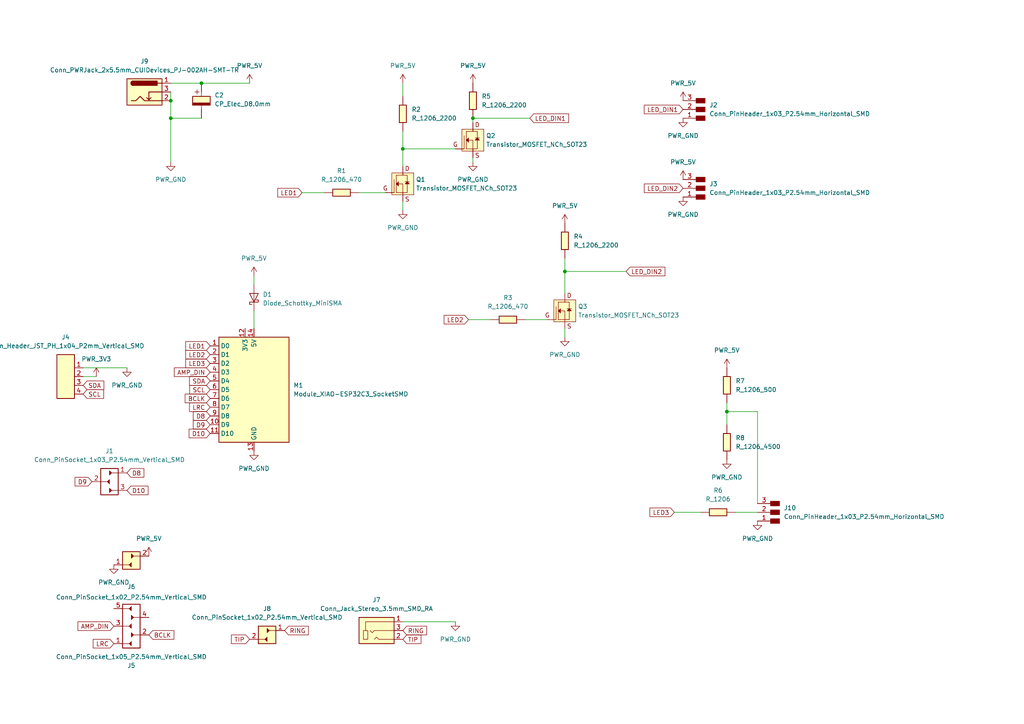
<source format=kicad_sch>
(kicad_sch (version 20231120) (generator "eeschema") (generator_version "8.0")
  (paper "A4")
  (lib_symbols
    (symbol "fab:CP_Elec_D8.0mm" (pin_numbers hide)
      (property "Reference" "C" (at 1.27 2.54 0))
      (property "Value" "CP_Elec_D8.0mm" (at 1.27 -2.54 0))
      (symbol "CP_Elec_D8.0mm_0_1"
        (rectangle (start -2.54 -0.635) (end 2.54 -1.27) (fill (type outline)))
        (polyline (pts (xy -1.27 1.905) (xy -1.27 3.175)))
        (polyline (pts (xy -0.635 2.54) (xy -1.905 2.54)))
        (polyline (pts (xy 0 -1.27) (xy 0 -2.54)))
        (polyline (pts (xy 0 2.54) (xy 0 1.27)))
        (polyline (pts (xy -2.54 -1.27) (xy -2.54 1.27) (xy 2.54 1.27) (xy 2.54 -1.27) (xy -2.54 -1.27)) (stroke (width 0.254)) (fill (type background)))
      )
      (symbol "CP_Elec_D8.0mm_1_1"
        (pin passive line (at 0 5.08 270) (length 2.54) (name "~") (number "1"))
        (pin passive line (at 0 -5.08 90) (length 2.54) (name "~") (number "2"))
      )
    )
    (symbol "fab:Conn_Header_JST_PH_1x04_P2mm_Vertical_SMD"
      (property "Reference" "J" (at 0 7.62 0))
      (property "Value" "Conn_Header_JST_PH_1x04_P2mm_Vertical_SMD" (at 0 -7.62 0))
      (symbol "Conn_Header_JST_PH_1x04_P2mm_Vertical_SMD_0_1"
        (rectangle (start -2.54 6.35) (end 2.54 -6.35) (stroke (width 0.254)) (fill (type background)))
      )
      (symbol "Conn_Header_JST_PH_1x04_P2mm_Vertical_SMD_1_1"
        (pin passive line (at 5.08 2.54 180) (length 2.54) (name "~") (number "1"))
        (pin passive line (at 5.08 0 180) (length 2.54) (name "~") (number "2"))
        (pin passive line (at 5.08 -2.54 180) (length 2.54) (name "~") (number "3"))
        (pin passive line (at 5.08 -5.08 180) (length 2.54) (name "~") (number "4"))
      )
    )
    (symbol "fab:Conn_Jack_Stereo_3.5mm_SMD_RA"
      (property "Reference" "J" (at 0 0 0))
      (property "Value" "Conn_Jack_Stereo_3.5mm_SMD_RA" (at 0 0 0))
      (symbol "Conn_Jack_Stereo_3.5mm_SMD_RA_0_1"
        (rectangle (start -5.08 3.81) (end 5.08 -3.81) (stroke (width 0.254)) (fill (type background)))
        (polyline (pts (xy 5.08 -2.54) (xy 0.635 -2.54) (xy 0 -1.905) (xy -0.635 -2.54)))
        (polyline (pts (xy 5.08 0) (xy -0.635 0) (xy -1.27 -0.635) (xy -1.905 0)))
        (polyline (pts (xy 5.08 2.54) (xy -3.175 2.54) (xy -3.175 0) (xy -3.81 0) (xy -3.81 -2.54) (xy -2.54 -2.54) (xy -2.54 0) (xy -3.175 0)))
      )
      (symbol "Conn_Jack_Stereo_3.5mm_SMD_RA_1_1"
        (pin passive line (at 7.62 2.54 180) (length 2.54) (name "") (number "1"))
        (pin passive line (at 7.62 -2.54 180) (length 2.54) (name "") (number "2"))
        (pin passive line (at 7.62 0 180) (length 2.54) (name "") (number "3"))
      )
    )
    (symbol "fab:Conn_PWRJack_2x5.5mm_CUIDevices_PJ-002AH-SMT-TR" (pin_names hide)
      (property "Reference" "J" (at 0 5.334 0))
      (property "Value" "Conn_PWRJack_2x5.5mm_CUIDevices_PJ-002AH-SMT-TR" (at 0 -5.08 0))
      (symbol "Conn_PWRJack_2x5.5mm_CUIDevices_PJ-002AH-SMT-TR_0_1"
        (rectangle (start -5.08 3.81) (end 5.08 -3.81) (stroke (width 0.254)) (fill (type background)))
        (arc (start -3.302 3.175) (mid -3.9343 2.54) (end -3.302 1.905) (stroke (width 0.254)))
        (arc (start -3.302 3.175) (mid -3.9343 2.54) (end -3.302 1.905) (stroke (width 0.254)) (fill (type outline)))
        (polyline (pts (xy 1.27 -2.286) (xy 1.905 -1.651)) (stroke (width 0.254)))
        (polyline (pts (xy 5.08 2.54) (xy 3.81 2.54)) (stroke (width 0.254)))
        (polyline (pts (xy 5.08 0) (xy 1.27 0) (xy 1.27 -2.286) (xy 0.635 -1.651)) (stroke (width 0.254)))
        (polyline (pts (xy -3.81 -2.54) (xy -2.54 -2.54) (xy -1.27 -1.27) (xy 0 -2.54) (xy 2.54 -2.54) (xy 5.08 -2.54)) (stroke (width 0.254)))
        (rectangle (start 3.683 3.175) (end -3.302 1.905) (stroke (width 0.254)) (fill (type outline)))
      )
      (symbol "Conn_PWRJack_2x5.5mm_CUIDevices_PJ-002AH-SMT-TR_1_1"
        (pin passive line (at 7.62 2.54 180) (length 2.54) (name "~") (number "1"))
        (pin passive line (at 7.62 -2.54 180) (length 2.54) (name "~") (number "2"))
        (pin passive line (at 7.62 0 180) (length 2.54) (name "~") (number "3"))
      )
    )
    (symbol "fab:Conn_PinHeader_1x03_P2.54mm_Horizontal_SMD" (pin_names hide)
      (property "Reference" "J" (at 0 5.08 0))
      (property "Value" "Conn_PinHeader_1x03_P2.54mm_Horizontal_SMD" (at 0 -5.08 0))
      (symbol "Conn_PinHeader_1x03_P2.54mm_Horizontal_SMD_1_1"
        (rectangle (start -1.27 -1.905) (end 1.27 -3.175) (stroke (width 0.254)) (fill (type outline)))
        (rectangle (start -1.27 0.635) (end 1.27 -0.635) (stroke (width 0.254)) (fill (type outline)))
        (rectangle (start -1.27 3.175) (end 1.27 1.905) (stroke (width 0.254)) (fill (type outline)))
        (pin passive line (at 5.08 2.54 180) (length 3.81) (name "Pin_1") (number "1"))
        (pin passive line (at 5.08 0 180) (length 3.81) (name "Pin_2") (number "2"))
        (pin passive line (at 5.08 -2.54 180) (length 3.81) (name "Pin_3") (number "3"))
      )
    )
    (symbol "fab:Conn_PinSocket_1x02_P2.54mm_Vertical_SMD" (pin_names hide)
      (property "Reference" "J" (at 0 3.81 0))
      (property "Value" "Conn_PinSocket_1x02_P2.54mm_Vertical_SMD" (at 0 -3.81 0))
      (symbol "Conn_PinSocket_1x02_P2.54mm_Vertical_SMD_0_0"
        (rectangle (start -2.54 2.54) (end 2.54 -2.54) (stroke (width 0.254)) (fill (type background)))
        (polyline (pts (xy 0 -1.27) (xy -2.54 -1.27)))
        (polyline (pts (xy 2.54 1.27) (xy 0 1.27)))
        (polyline (pts (xy 0 -1.905) (xy -0.635 -1.27) (xy 0 -0.635) (xy 0 -1.905)) (fill (type outline)))
        (polyline (pts (xy 0 0.635) (xy 0.635 1.27) (xy 0 1.905) (xy 0 0.635)) (fill (type outline)))
      )
      (symbol "Conn_PinSocket_1x02_P2.54mm_Vertical_SMD_1_1"
        (pin passive line (at 5.08 1.27 180) (length 2.54) (name "Pin_1") (number "1"))
        (pin passive line (at -5.08 -1.27 0) (length 2.54) (name "Pin_2") (number "2"))
      )
    )
    (symbol "fab:Conn_PinSocket_1x03_P2.54mm_Vertical_SMD" (pin_names hide)
      (property "Reference" "J" (at 0 5.08 0))
      (property "Value" "Conn_PinSocket_1x03_P2.54mm_Vertical_SMD" (at 0 -5.08 0))
      (symbol "Conn_PinSocket_1x03_P2.54mm_Vertical_SMD_0_0"
        (polyline (pts (xy 0 0) (xy -2.54 0)))
        (polyline (pts (xy 2.54 -2.54) (xy 0 -2.54)))
        (polyline (pts (xy 2.54 2.54) (xy 0 2.54)))
        (polyline (pts (xy 0 -3.175) (xy 0.635 -2.54) (xy 0 -1.905) (xy 0 -3.175)) (fill (type outline)))
        (polyline (pts (xy 0 -0.635) (xy -0.635 0) (xy 0 0.635) (xy 0 -0.635)) (fill (type outline)))
        (polyline (pts (xy 0 1.905) (xy 0.635 2.54) (xy 0 3.175) (xy 0 1.905)) (fill (type outline)))
      )
      (symbol "Conn_PinSocket_1x03_P2.54mm_Vertical_SMD_1_0"
        (rectangle (start -2.54 3.81) (end 2.54 -3.81) (stroke (width 0.254)))
      )
      (symbol "Conn_PinSocket_1x03_P2.54mm_Vertical_SMD_1_1"
        (pin passive line (at 5.08 2.54 180) (length 2.54) (name "Pin_1") (number "1"))
        (pin passive line (at -5.08 0 0) (length 2.54) (name "Pin_2") (number "2"))
        (pin passive line (at 5.08 -2.54 180) (length 2.54) (name "Pin_1") (number "3"))
      )
    )
    (symbol "fab:Conn_PinSocket_1x05_P2.54mm_Vertical_SMD" (pin_names hide)
      (property "Reference" "J" (at 0 7.62 0))
      (property "Value" "Conn_PinSocket_1x05_P2.54mm_Vertical_SMD" (at 0 -7.62 0))
      (symbol "Conn_PinSocket_1x05_P2.54mm_Vertical_SMD_0_0"
        (polyline (pts (xy 0 -2.54) (xy -2.54 -2.54)))
        (polyline (pts (xy 0 2.54) (xy -2.54 2.54)))
        (polyline (pts (xy 2.54 -5.08) (xy 0 -5.08)))
        (polyline (pts (xy 2.54 0) (xy 0 0)))
        (polyline (pts (xy 2.54 5.08) (xy 0 5.08)))
        (polyline (pts (xy 0 -5.715) (xy 0.635 -5.08) (xy 0 -4.445) (xy 0 -5.715)) (fill (type outline)))
        (polyline (pts (xy 0 -3.175) (xy -0.635 -2.54) (xy 0 -1.905) (xy 0 -3.175)) (fill (type outline)))
        (polyline (pts (xy 0 -0.635) (xy 0.635 0) (xy 0 0.635) (xy 0 -0.635)) (fill (type outline)))
        (polyline (pts (xy 0 1.905) (xy -0.635 2.54) (xy 0 3.175) (xy 0 1.905)) (fill (type outline)))
        (polyline (pts (xy 0 4.445) (xy 0.635 5.08) (xy 0 5.715) (xy 0 4.445)) (fill (type outline)))
      )
      (symbol "Conn_PinSocket_1x05_P2.54mm_Vertical_SMD_1_0"
        (rectangle (start -2.54 6.35) (end 2.54 -6.35) (stroke (width 0.254)))
      )
      (symbol "Conn_PinSocket_1x05_P2.54mm_Vertical_SMD_1_1"
        (pin passive line (at 5.08 5.08 180) (length 2.54) (name "Pin_1") (number "1"))
        (pin passive line (at -5.08 2.54 0) (length 2.54) (name "Pin_2") (number "2"))
        (pin passive line (at 5.08 0 180) (length 2.54) (name "Pin_1") (number "3"))
        (pin passive line (at -5.08 -2.54 0) (length 2.54) (name "Pin_2") (number "4"))
        (pin passive line (at 5.08 -5.08 180) (length 2.54) (name "Pin_1") (number "5"))
      )
    )
    (symbol "fab:Diode_Schottky_MiniSMA" (pin_numbers hide) (pin_names (offset 1.016) hide)
      (property "Reference" "D" (at 0 2.54 0))
      (property "Value" "Diode_Schottky_MiniSMA" (at 0 -2.54 0))
      (symbol "Diode_Schottky_MiniSMA_0_1"
        (polyline (pts (xy 1.27 0) (xy -1.27 0)))
        (polyline (pts (xy 1.27 1.27) (xy 1.27 -1.27) (xy -1.27 0) (xy 1.27 1.27)) (stroke (width 0.2032)))
        (polyline (pts (xy -1.905 0.635) (xy -1.905 1.27) (xy -1.27 1.27) (xy -1.27 -1.27) (xy -0.635 -1.27) (xy -0.635 -0.635)) (stroke (width 0.2032)))
      )
      (symbol "Diode_Schottky_MiniSMA_1_1"
        (pin passive line (at -3.81 0 0) (length 2.54) (name "K") (number "1"))
        (pin passive line (at 3.81 0 180) (length 2.54) (name "A") (number "2"))
      )
    )
    (symbol "fab:Module_XIAO-ESP32C3_SocketSMD"
      (property "Reference" "M" (at -10.16 16.51 0))
      (property "Value" "Module_XIAO-ESP32C3_SocketSMD" (at 1.27 16.51 0))
      (symbol "Module_XIAO-ESP32C3_SocketSMD_1_1"
        (rectangle (start -10.16 15.24) (end 10.16 -15.24) (stroke (width 0.254)) (fill (type background)))
        (pin bidirectional line (at -12.7 12.7 0) (length 2.54) (name "D0") (number "1"))
        (pin bidirectional line (at -12.7 -10.16 0) (length 2.54) (name "D9") (number "10"))
        (pin bidirectional line (at -12.7 -12.7 0) (length 2.54) (name "D10") (number "11"))
        (pin power_in line (at -2.54 17.78 270) (length 2.54) (name "3V3") (number "12"))
        (pin power_in line (at 0 -17.78 90) (length 2.54) (name "GND") (number "13"))
        (pin power_in line (at 0 17.78 270) (length 2.54) (name "5V") (number "14"))
        (pin bidirectional line (at -12.7 10.16 0) (length 2.54) (name "D1") (number "2"))
        (pin bidirectional line (at -12.7 7.62 0) (length 2.54) (name "D2") (number "3"))
        (pin bidirectional line (at -12.7 5.08 0) (length 2.54) (name "D3") (number "4"))
        (pin bidirectional line (at -12.7 2.54 0) (length 2.54) (name "D4") (number "5"))
        (pin bidirectional line (at -12.7 0 0) (length 2.54) (name "D5") (number "6"))
        (pin bidirectional line (at -12.7 -2.54 0) (length 2.54) (name "D6") (number "7"))
        (pin bidirectional line (at -12.7 -5.08 0) (length 2.54) (name "D7") (number "8"))
        (pin bidirectional line (at -12.7 -7.62 0) (length 2.54) (name "D8") (number "9"))
      )
    )
    (symbol "fab:PWR_3V3" (power) (pin_names (offset 0))
      (property "Value" "PWR_3V3" (at 0 3.556 0))
      (symbol "PWR_3V3_0_1"
        (polyline (pts (xy -0.762 1.27) (xy 0 2.54)))
        (polyline (pts (xy 0 0) (xy 0 2.54)))
        (polyline (pts (xy 0 2.54) (xy 0.762 1.27)))
      )
      (symbol "PWR_3V3_1_1"
        (pin power_in line (at 0 0 90) (length 0) hide (name "PWR_3V3") (number "1"))
      )
    )
    (symbol "fab:PWR_5V" (power) (pin_names (offset 0))
      (property "Value" "PWR_5V" (at 0 3.556 0))
      (symbol "PWR_5V_0_1"
        (polyline (pts (xy -0.762 1.27) (xy 0 2.54)))
        (polyline (pts (xy 0 0) (xy 0 2.54)))
        (polyline (pts (xy 0 2.54) (xy 0.762 1.27)))
      )
      (symbol "PWR_5V_1_1"
        (pin power_in line (at 0 0 90) (length 0) hide (name "PWR_5V") (number "1"))
      )
    )
    (symbol "fab:PWR_GND" (power) (pin_names (offset 0))
      (property "Value" "PWR_GND" (at 0 -3.81 0))
      (symbol "PWR_GND_0_1"
        (polyline (pts (xy 0 0) (xy 0 -1.27) (xy 1.27 -1.27) (xy 0 -2.54) (xy -1.27 -1.27) (xy 0 -1.27)))
      )
      (symbol "PWR_GND_1_1"
        (pin power_in line (at 0 0 270) (length 0) hide (name "PWR_GND") (number "1"))
      )
    )
    (symbol "fab:R_1206" (pin_numbers hide) (pin_names (offset 0))
      (property "Reference" "R" (at 2.54 0 90))
      (property "Value" "R_1206" (at -2.54 0 90))
      (symbol "R_1206_0_1"
        (rectangle (start -1.016 -2.54) (end 1.016 2.54) (stroke (width 0.254)) (fill (type background)))
      )
      (symbol "R_1206_1_1"
        (pin passive line (at 0 5.08 270) (length 2.54) (name "~") (number "1"))
        (pin passive line (at 0 -5.08 90) (length 2.54) (name "~") (number "2"))
      )
    )
    (symbol "fab:Transistor_MOSFET_NCh_SOT23" (pin_numbers hide) (pin_names (offset 1.016) hide)
      (property "Reference" "Q" (at 3.81 1.27 0))
      (property "Value" "Transistor_MOSFET_NCh_SOT23" (at 3.81 -1.27 0))
      (symbol "Transistor_MOSFET_NCh_SOT23_0_1"
        (polyline (pts (xy 0 2.54) (xy 1.27 2.54) (xy 1.27 -2.54) (xy 0 -2.54)))
      )
      (symbol "Transistor_MOSFET_NCh_SOT23_1_0"
        (text "D" (at 1.27 4.445 0) (effects (font (size 1.27 1.27))))
        (text "G" (at -5.08 -1.27 0) (effects (font (size 1.27 1.27))))
        (text "S" (at 1.27 -4.445 0) (effects (font (size 1.27 1.27))))
      )
      (symbol "Transistor_MOSFET_NCh_SOT23_1_1"
        (rectangle (start -3.175 3.175) (end 3.175 -3.175) (fill (type background)))
        (polyline (pts (xy -2.54 -2.54) (xy -2.54 1.27)) (stroke (width 0.15)))
        (polyline (pts (xy -1.905 -2.54) (xy 0 -2.54)) (stroke (width 0.15)))
        (polyline (pts (xy -1.905 2.54) (xy -1.905 -2.54)) (stroke (width 0.15)))
        (polyline (pts (xy 0 2.54) (xy -1.905 2.54)) (stroke (width 0.15)))
        (polyline (pts (xy 0.635 0.635) (xy 1.905 0.635)) (stroke (width 0.15)))
        (polyline (pts (xy 0 -2.54) (xy 0 0) (xy -1.905 0)) (stroke (width 0.15)))
        (polyline (pts (xy -1.905 0) (xy -1.27 0.635) (xy -1.27 -0.635) (xy -1.905 0)) (fill (type outline)))
        (polyline (pts (xy 1.27 0.635) (xy 1.905 0) (xy 0.635 0) (xy 1.27 0.635)) (fill (type outline)))
        (pin passive line (at -5.08 -2.54 0) (length 2.54) (name "G") (number "1"))
        (pin passive line (at 0 -5.08 90) (length 2.54) (name "S") (number "2"))
        (pin passive line (at 0 5.08 270) (length 2.54) (name "D") (number "3"))
      )
    )
  )
  (junction (at 210.82 119.38))
  (junction (at 58.42 24.13))
  (junction (at 49.53 34.29))
  (junction (at 137.16 34.29))
  (junction (at 116.84 43.18))
  (junction (at 163.83 78.74))
  (junction (at 49.53 29.21))
  (wire (pts (xy 116.84 43.18) (xy 116.84 48.26)))
  (wire (pts (xy 87.63 55.88) (xy 93.98 55.88)))
  (wire (pts (xy 49.53 26.67) (xy 49.53 29.21)))
  (wire (pts (xy 116.84 60.96) (xy 116.84 58.42)))
  (wire (pts (xy 163.83 97.79) (xy 163.83 95.25)))
  (wire (pts (xy 163.83 78.74) (xy 163.83 85.09)))
  (wire (pts (xy 219.71 119.38) (xy 219.71 146.05)))
  (wire (pts (xy 210.82 119.38) (xy 219.71 119.38)))
  (wire (pts (xy 152.4 92.71) (xy 158.75 92.71)))
  (wire (pts (xy 73.66 80.01) (xy 73.66 82.55)))
  (wire (pts (xy 116.84 38.1) (xy 116.84 43.18)))
  (wire (pts (xy 58.42 24.13) (xy 72.39 24.13)))
  (wire (pts (xy 116.84 180.34) (xy 132.08 180.34)))
  (wire (pts (xy 137.16 34.29) (xy 153.67 34.29)))
  (wire (pts (xy 104.14 55.88) (xy 111.76 55.88)))
  (wire (pts (xy 49.53 34.29) (xy 49.53 46.99)))
  (wire (pts (xy 73.66 90.17) (xy 73.66 95.25)))
  (wire (pts (xy 163.83 78.74) (xy 181.61 78.74)))
  (wire (pts (xy 210.82 116.84) (xy 210.82 119.38)))
  (wire (pts (xy 116.84 43.18) (xy 132.08 43.18)))
  (wire (pts (xy 135.89 92.71) (xy 142.24 92.71)))
  (wire (pts (xy 137.16 45.72) (xy 137.16 46.99)))
  (wire (pts (xy 27.94 109.22) (xy 24.13 109.22)))
  (wire (pts (xy 137.16 35.56) (xy 137.16 34.29)))
  (wire (pts (xy 49.53 29.21) (xy 49.53 34.29)))
  (wire (pts (xy 49.53 34.29) (xy 58.42 34.29)))
  (wire (pts (xy 195.58 148.59) (xy 203.2 148.59)))
  (wire (pts (xy 163.83 74.93) (xy 163.83 78.74)))
  (wire (pts (xy 58.42 24.13) (xy 49.53 24.13)))
  (wire (pts (xy 210.82 119.38) (xy 210.82 123.19)))
  (wire (pts (xy 24.13 106.68) (xy 36.83 106.68)))
  (wire (pts (xy 116.84 24.13) (xy 116.84 27.94)))
  (wire (pts (xy 213.36 148.59) (xy 219.71 148.59)))
  (global_label "SDA" (shape input) (at 24.13 111.76 0) (property "Intersheetrefs" "${INTERSHEET_REFS}" (effects (hide yes))))
  (global_label "AMP_DIN" (shape input) (at 33.02 181.61 180) (property "Intersheetrefs" "${INTERSHEET_REFS}" (effects (hide yes))))
  (global_label "SCL" (shape input) (at 60.96 113.03 180) (property "Intersheetrefs" "${INTERSHEET_REFS}" (effects (hide yes))))
  (global_label "LED1" (shape input) (at 60.96 100.33 180) (property "Intersheetrefs" "${INTERSHEET_REFS}" (effects (hide yes))))
  (global_label "D10" (shape input) (at 36.83 142.24 0) (property "Intersheetrefs" "${INTERSHEET_REFS}" (effects (hide yes))))
  (global_label "LED3" (shape input) (at 195.58 148.59 180) (property "Intersheetrefs" "${INTERSHEET_REFS}" (effects (hide yes))))
  (global_label "BCLK" (shape input) (at 43.18 184.15 0) (property "Intersheetrefs" "${INTERSHEET_REFS}" (effects (hide yes))))
  (global_label "LED_DIN2" (shape input) (at 181.61 78.74 0) (property "Intersheetrefs" "${INTERSHEET_REFS}" (effects (hide yes))))
  (global_label "LRC" (shape input) (at 60.96 118.11 180) (property "Intersheetrefs" "${INTERSHEET_REFS}" (effects (hide yes))))
  (global_label "RING" (shape input) (at 116.84 182.88 0) (property "Intersheetrefs" "${INTERSHEET_REFS}" (effects (hide yes))))
  (global_label "TIP" (shape input) (at 72.39 185.42 180) (property "Intersheetrefs" "${INTERSHEET_REFS}" (effects (hide yes))))
  (global_label "LED1" (shape input) (at 87.63 55.88 180) (property "Intersheetrefs" "${INTERSHEET_REFS}" (effects (hide yes))))
  (global_label "RING" (shape input) (at 82.55 182.88 0) (property "Intersheetrefs" "${INTERSHEET_REFS}" (effects (hide yes))))
  (global_label "LED_DIN1" (shape input) (at 153.67 34.29 0) (property "Intersheetrefs" "${INTERSHEET_REFS}" (effects (hide yes))))
  (global_label "SCL" (shape input) (at 24.13 114.3 0) (property "Intersheetrefs" "${INTERSHEET_REFS}" (effects (hide yes))))
  (global_label "LED2" (shape input) (at 60.96 102.87 180) (property "Intersheetrefs" "${INTERSHEET_REFS}" (effects (hide yes))))
  (global_label "LED3" (shape input) (at 60.96 105.41 180) (property "Intersheetrefs" "${INTERSHEET_REFS}" (effects (hide yes))))
  (global_label "LED2" (shape input) (at 135.89 92.71 180) (property "Intersheetrefs" "${INTERSHEET_REFS}" (effects (hide yes))))
  (global_label "D9" (shape input) (at 26.67 139.7 180) (property "Intersheetrefs" "${INTERSHEET_REFS}" (effects (hide yes))))
  (global_label "D10" (shape input) (at 60.96 125.73 180) (property "Intersheetrefs" "${INTERSHEET_REFS}" (effects (hide yes))))
  (global_label "LED_DIN2" (shape input) (at 198.12 54.61 180) (property "Intersheetrefs" "${INTERSHEET_REFS}" (effects (hide yes))))
  (global_label "D8" (shape input) (at 60.96 120.65 180) (property "Intersheetrefs" "${INTERSHEET_REFS}" (effects (hide yes))))
  (global_label "TIP" (shape input) (at 116.84 185.42 0) (property "Intersheetrefs" "${INTERSHEET_REFS}" (effects (hide yes))))
  (global_label "SDA" (shape input) (at 60.96 110.49 180) (property "Intersheetrefs" "${INTERSHEET_REFS}" (effects (hide yes))))
  (global_label "LED_DIN1" (shape input) (at 198.12 31.75 180) (property "Intersheetrefs" "${INTERSHEET_REFS}" (effects (hide yes))))
  (global_label "D9" (shape input) (at 60.96 123.19 180) (property "Intersheetrefs" "${INTERSHEET_REFS}" (effects (hide yes))))
  (global_label "LRC" (shape input) (at 33.02 186.69 180) (property "Intersheetrefs" "${INTERSHEET_REFS}" (effects (hide yes))))
  (global_label "AMP_DIN" (shape input) (at 60.96 107.95 180) (property "Intersheetrefs" "${INTERSHEET_REFS}" (effects (hide yes))))
  (global_label "BCLK" (shape input) (at 60.96 115.57 180) (property "Intersheetrefs" "${INTERSHEET_REFS}" (effects (hide yes))))
  (global_label "D8" (shape input) (at 36.83 137.16 0) (property "Intersheetrefs" "${INTERSHEET_REFS}" (effects (hide yes))))
  (symbol (lib_id "fab:Conn_Header_JST_PH_1x04_P2mm_Vertical_SMD") (at 19.05 109.22 0) (unit 1)
    (property "Reference" "J4" (at 19.05 97.79 0))
    (property "Value" "Conn_Header_JST_PH_1x04_P2mm_Vertical_SMD" (at 19.05 100.33 0))
    (property "Footprint" "fab:Header_JST_PH_1x04_P2mm_Vertical_SMD" (effects (hide yes)))
    (property "Datasheet" "https://www.jst-mfg.com/product/pdf/eng/ePH.pdf" (effects (hide yes)))
    (property "Description" "Male JST PH 4 pin connector" (effects (hide yes)))
  )
  (symbol (lib_id "fab:PWR_5V") (at 72.39 24.13 0) (unit 1)
    (property "Reference" "#PWR020" (effects (hide yes)))
    (property "Value" "PWR_5V" (at 72.39 19.05 0))
    (property "Description" "Power symbol creates a global label with name \"+5V\"" (effects (hide yes)))
  )
  (symbol (lib_id "fab:Conn_PinSocket_1x02_P2.54mm_Vertical_SMD") (at 77.47 184.15 0) (unit 1)
    (property "Reference" "J8" (at 77.47 176.53 0))
    (property "Value" "Conn_PinSocket_1x02_P2.54mm_Vertical_SMD" (at 77.47 179.07 0))
    (property "Footprint" "fab:PinSocket_1x02_P2.54mm_Vertical_SMD" (effects (hide yes)))
    (property "Datasheet" "https://media.digikey.com/pdf/Data%20Sheets/Sullins%20PDFs/NPxCxx1KFXx-RC%2010487-D.pdf" (effects (hide yes)))
    (property "Description" "2 Position Header, Top or Bottom Entry Connector 0.100\" (2.54mm) Surface Mount Tin" (effects (hide yes)))
  )
  (symbol (lib_id "fab:R_1206") (at 210.82 128.27 0) (unit 1)
    (property "Reference" "R8" (at 213.36 126.9999 0) (effects (justify left)))
    (property "Value" "R_1206_4500" (at 213.36 129.5399 0) (effects (justify left)))
    (property "Footprint" "fab:R_1206" (effects (hide yes)))
    (property "Description" "Resistor" (effects (hide yes)))
  )
  (symbol (lib_id "fab:R_1206") (at 116.84 33.02 0) (unit 1)
    (property "Reference" "R2" (at 119.38 31.7499 0) (effects (justify left)))
    (property "Value" "R_1206_2200" (at 119.38 34.2899 0) (effects (justify left)))
    (property "Footprint" "fab:R_1206" (effects (hide yes)))
    (property "Description" "Resistor" (effects (hide yes)))
  )
  (symbol (lib_id "fab:PWR_GND") (at 132.08 180.34 0) (unit 1)
    (property "Reference" "#PWR019" (effects (hide yes)))
    (property "Value" "PWR_GND" (at 132.08 185.42 0))
    (property "Description" "Power symbol creates a global label with name \"GND\" , ground" (effects (hide yes)))
  )
  (symbol (lib_id "fab:Conn_Jack_Stereo_3.5mm_SMD_RA") (at 109.22 182.88 0) (unit 1)
    (property "Reference" "J7" (at 109.22 173.99 0))
    (property "Value" "Conn_Jack_Stereo_3.5mm_SMD_RA" (at 109.22 176.53 0))
    (property "Footprint" "fab:Conn_Jack_Stereo_3.5mm_CUI_SJ-3523-SMT-TR" (effects (hide yes)))
    (property "Datasheet" "https://www.cuidevices.com/product/resource/sj-352x-smt.pdf" (effects (hide yes)))
    (property "Description" "CONN JACK STEREO 3.5MM SMD R/A" (effects (hide yes)))
  )
  (symbol (lib_id "fab:PWR_GND") (at 116.84 60.96 0) (unit 1)
    (property "Reference" "#PWR07" (effects (hide yes)))
    (property "Value" "PWR_GND" (at 116.84 66.04 0))
    (property "Description" "Power symbol creates a global label with name \"GND\" , ground" (effects (hide yes)))
  )
  (symbol (lib_id "fab:Conn_PinSocket_1x03_P2.54mm_Vertical_SMD") (at 31.75 139.7 0) (unit 1)
    (property "Reference" "J1" (at 31.75 130.81 0))
    (property "Value" "Conn_PinSocket_1x03_P2.54mm_Vertical_SMD" (at 31.75 133.35 0))
    (property "Footprint" "fab:PinSocket_1x03_P2.54mm_Vertical_SMD" (effects (hide yes)))
    (property "Datasheet" "https://media.digikey.com/pdf/Data%20Sheets/Sullins%20PDFs/NPxCxx1KFXx-RC%2010487-D.pdf" (effects (hide yes)))
    (property "Description" "Top or Bottom Entry Connector 0.100\" (2.54mm) Surface Mount Tin" (effects (hide yes)))
  )
  (symbol (lib_id "fab:PWR_5V") (at 198.12 52.07 0) (unit 1)
    (property "Reference" "#PWR013" (effects (hide yes)))
    (property "Value" "PWR_5V" (at 198.12 46.99 0))
    (property "Description" "Power symbol creates a global label with name \"+5V\"" (effects (hide yes)))
  )
  (symbol (lib_id "fab:Conn_PinHeader_1x03_P2.54mm_Horizontal_SMD") (at 224.79 148.59 180) (unit 1)
    (property "Reference" "J10" (at 227.33 147.3199 0) (effects (justify right)))
    (property "Value" "Conn_PinHeader_1x03_P2.54mm_Horizontal_SMD" (at 227.33 149.8599 0) (effects (justify right)))
    (property "Footprint" "fab:PinHeader_1x03_P2.54mm_Horizontal_SMD" (effects (hide yes)))
    (property "Description" "Male connector, single row" (effects (hide yes)))
  )
  (symbol (lib_id "fab:Transistor_MOSFET_NCh_SOT23") (at 137.16 40.64 0) (unit 1)
    (property "Reference" "Q2" (at 140.97 39.3699 0) (effects (justify left)))
    (property "Value" "Transistor_MOSFET_NCh_SOT23" (at 140.97 41.9099 0) (effects (justify left)))
    (property "Footprint" "fab:SOT-23-3" (effects (hide yes)))
    (property "Datasheet" "https://www.onsemi.com/pub/Collateral/NDS355AN-D.PDF" (effects (hide yes)))
    (property "Description" "N-Channel mosfet NDS355AN in SOT-23 package" (effects (hide yes)))
  )
  (symbol (lib_id "fab:Conn_PinHeader_1x03_P2.54mm_Horizontal_SMD") (at 203.2 31.75 180) (unit 1)
    (property "Reference" "J2" (at 205.74 30.4799 0) (effects (justify right)))
    (property "Value" "Conn_PinHeader_1x03_P2.54mm_Horizontal_SMD" (at 205.74 33.0199 0) (effects (justify right)))
    (property "Footprint" "fab:PinHeader_1x03_P2.54mm_Horizontal_SMD" (effects (hide yes)))
    (property "Description" "Male connector, single row" (effects (hide yes)))
  )
  (symbol (lib_id "fab:PWR_5V") (at 163.83 64.77 0) (unit 1)
    (property "Reference" "#PWR011" (effects (hide yes)))
    (property "Value" "PWR_5V" (at 163.83 59.69 0))
    (property "Description" "Power symbol creates a global label with name \"+5V\"" (effects (hide yes)))
  )
  (symbol (lib_id "fab:PWR_GND") (at 73.66 130.81 0) (unit 1)
    (property "Reference" "#PWR04" (effects (hide yes)))
    (property "Value" "PWR_GND" (at 73.66 135.89 0))
    (property "Description" "Power symbol creates a global label with name \"GND\" , ground" (effects (hide yes)))
  )
  (symbol (lib_id "fab:PWR_GND") (at 33.02 163.83 0) (unit 1)
    (property "Reference" "#PWR018" (effects (hide yes)))
    (property "Value" "PWR_GND" (at 33.02 168.91 0))
    (property "Description" "Power symbol creates a global label with name \"GND\" , ground" (effects (hide yes)))
  )
  (symbol (lib_id "fab:Conn_PinSocket_1x05_P2.54mm_Vertical_SMD") (at 38.1 181.61 180) (unit 1)
    (property "Reference" "J5" (at 38.1 193.04 0))
    (property "Value" "Conn_PinSocket_1x05_P2.54mm_Vertical_SMD" (at 38.1 190.5 0))
    (property "Footprint" "fab:PinSocket_1x05_P2.54mm_Vertical_SMD" (effects (hide yes)))
    (property "Datasheet" "https://media.digikey.com/pdf/Data%20Sheets/Sullins%20PDFs/NPxCxx1KFXx-RC%2010487-D.pdf" (effects (hide yes)))
    (property "Description" "Top or Bottom Entry Connector 0.100\" (2.54mm) Surface Mount Tin" (effects (hide yes)))
  )
  (symbol (lib_id "fab:R_1206") (at 163.83 69.85 0) (unit 1)
    (property "Reference" "R4" (at 166.37 68.5799 0) (effects (justify left)))
    (property "Value" "R_1206_2200" (at 166.37 71.1199 0) (effects (justify left)))
    (property "Footprint" "fab:R_1206" (effects (hide yes)))
    (property "Description" "Resistor" (effects (hide yes)))
  )
  (symbol (lib_id "fab:PWR_5V") (at 198.12 29.21 0) (unit 1)
    (property "Reference" "#PWR05" (effects (hide yes)))
    (property "Value" "PWR_5V" (at 198.12 24.13 0))
    (property "Description" "Power symbol creates a global label with name \"+5V\"" (effects (hide yes)))
  )
  (symbol (lib_id "fab:CP_Elec_D8.0mm") (at 58.42 29.21 0) (unit 1)
    (property "Reference" "C2" (at 62.23 27.6224 0) (effects (justify left)))
    (property "Value" "CP_Elec_D8.0mm" (at 62.23 30.1624 0) (effects (justify left)))
    (property "Footprint" "fab:CP_Elec_D8.0mm" (effects (hide yes)))
    (property "Datasheet" "https://na.industrial.panasonic.com/file-download/19641" (effects (hide yes)))
    (property "Description" "Polarized capacitor, SMD, radial" (effects (hide yes)))
  )
  (symbol (lib_id "fab:PWR_GND") (at 210.82 133.35 0) (unit 1)
    (property "Reference" "#PWR022" (effects (hide yes)))
    (property "Value" "PWR_GND" (at 210.82 138.43 0))
    (property "Description" "Power symbol creates a global label with name \"GND\" , ground" (effects (hide yes)))
  )
  (symbol (lib_id "fab:PWR_GND") (at 198.12 57.15 0) (unit 1)
    (property "Reference" "#PWR014" (effects (hide yes)))
    (property "Value" "PWR_GND" (at 198.12 62.23 0))
    (property "Description" "Power symbol creates a global label with name \"GND\" , ground" (effects (hide yes)))
  )
  (symbol (lib_id "fab:PWR_GND") (at 137.16 46.99 0) (unit 1)
    (property "Reference" "#PWR010" (effects (hide yes)))
    (property "Value" "PWR_GND" (at 137.16 52.07 0))
    (property "Description" "Power symbol creates a global label with name \"GND\" , ground" (effects (hide yes)))
  )
  (symbol (lib_id "fab:R_1206") (at 99.06 55.88 270) (unit 1)
    (property "Reference" "R1" (at 99.06 49.53 90))
    (property "Value" "R_1206_470" (at 99.06 52.07 90))
    (property "Footprint" "fab:R_1206" (effects (hide yes)))
    (property "Description" "Resistor" (effects (hide yes)))
  )
  (symbol (lib_id "fab:PWR_5V") (at 73.66 80.01 0) (unit 1)
    (property "Reference" "#PWR03" (effects (hide yes)))
    (property "Value" "PWR_5V" (at 73.66 74.93 0))
    (property "Description" "Power symbol creates a global label with name \"+5V\"" (effects (hide yes)))
  )
  (symbol (lib_id "fab:PWR_3V3") (at 27.94 109.22 0) (unit 1)
    (property "Reference" "#PWR016" (effects (hide yes)))
    (property "Value" "PWR_3V3" (at 27.94 104.14 0))
    (property "Description" "Power symbol creates a global label with name \"+3V3\"" (effects (hide yes)))
  )
  (symbol (lib_id "fab:Diode_Schottky_MiniSMA") (at 73.66 86.36 90) (unit 1)
    (property "Reference" "D1" (at 76.2 85.4074 90) (effects (justify right)))
    (property "Value" "Diode_Schottky_MiniSMA" (at 76.2 87.9474 90) (effects (justify right)))
    (property "Footprint" "fab:SOD-123T" (effects (hide yes)))
    (property "Datasheet" "https://www.st.com/content/ccc/resource/technical/document/datasheet/c6/32/d4/4a/28/d3/4b/11/CD00004930.pdf/files/CD00004930.pdf/jcr:content/translations/en.CD00004930.pdf" (effects (hide yes)))
    (property "Description" "Schottky diode" (effects (hide yes)))
  )
  (symbol (lib_id "fab:PWR_GND") (at 49.53 46.99 0) (unit 1)
    (property "Reference" "#PWR021" (effects (hide yes)))
    (property "Value" "PWR_GND" (at 49.53 52.07 0))
    (property "Description" "Power symbol creates a global label with name \"GND\" , ground" (effects (hide yes)))
  )
  (symbol (lib_id "fab:Transistor_MOSFET_NCh_SOT23") (at 163.83 90.17 0) (unit 1)
    (property "Reference" "Q3" (at 167.64 88.8999 0) (effects (justify left)))
    (property "Value" "Transistor_MOSFET_NCh_SOT23" (at 167.64 91.4399 0) (effects (justify left)))
    (property "Footprint" "fab:SOT-23-3" (effects (hide yes)))
    (property "Datasheet" "https://www.onsemi.com/pub/Collateral/NDS355AN-D.PDF" (effects (hide yes)))
    (property "Description" "N-Channel mosfet NDS355AN in SOT-23 package" (effects (hide yes)))
  )
  (symbol (lib_id "fab:PWR_GND") (at 198.12 34.29 0) (unit 1)
    (property "Reference" "#PWR06" (effects (hide yes)))
    (property "Value" "PWR_GND" (at 198.12 39.37 0))
    (property "Description" "Power symbol creates a global label with name \"GND\" , ground" (effects (hide yes)))
  )
  (symbol (lib_id "fab:PWR_5V") (at 43.18 161.29 0) (unit 1)
    (property "Reference" "#PWR017" (effects (hide yes)))
    (property "Value" "PWR_5V" (at 43.18 156.21 0))
    (property "Description" "Power symbol creates a global label with name \"+5V\"" (effects (hide yes)))
  )
  (symbol (lib_id "fab:PWR_5V") (at 116.84 24.13 0) (unit 1)
    (property "Reference" "#PWR08" (effects (hide yes)))
    (property "Value" "PWR_5V" (at 116.84 19.05 0))
    (property "Description" "Power symbol creates a global label with name \"+5V\"" (effects (hide yes)))
  )
  (symbol (lib_id "fab:R_1206") (at 208.28 148.59 90) (unit 1)
    (property "Reference" "R6" (at 208.28 142.24 90))
    (property "Value" "R_1206" (at 208.28 144.78 90))
    (property "Footprint" "fab:R_1206" (effects (hide yes)))
    (property "Description" "Resistor" (effects (hide yes)))
  )
  (symbol (lib_id "fab:PWR_5V") (at 137.16 24.13 0) (unit 1)
    (property "Reference" "#PWR09" (effects (hide yes)))
    (property "Value" "PWR_5V" (at 137.16 19.05 0))
    (property "Description" "Power symbol creates a global label with name \"+5V\"" (effects (hide yes)))
  )
  (symbol (lib_id "fab:Conn_PWRJack_2x5.5mm_CUIDevices_PJ-002AH-SMT-TR") (at 41.91 26.67 0) (unit 1)
    (property "Reference" "J9" (at 41.91 17.78 0))
    (property "Value" "Conn_PWRJack_2x5.5mm_CUIDevices_PJ-002AH-SMT-TR" (at 41.91 20.32 0))
    (property "Footprint" "fab:CUIDevices_PJ-002AH-SMT-TR_PWRJack_2x5.5mm" (effects (hide yes)))
    (property "Datasheet" "https://www.cuidevices.com/product/resource/pj-002ah-smt-tr.pdf" (effects (hide yes)))
    (property "Description" "Power Barrel Connector Jack 2.00mm ID (0.079\"), 5.50mm OD (0.217\") Surface Mount" (effects (hide yes)))
  )
  (symbol (lib_id "fab:PWR_GND") (at 219.71 151.13 0) (unit 1)
    (property "Reference" "#PWR02" (effects (hide yes)))
    (property "Value" "PWR_GND" (at 219.71 156.21 0))
    (property "Description" "Power symbol creates a global label with name \"GND\" , ground" (effects (hide yes)))
  )
  (symbol (lib_id "fab:R_1206") (at 137.16 29.21 0) (unit 1)
    (property "Reference" "R5" (at 139.7 27.9399 0) (effects (justify left)))
    (property "Value" "R_1206_2200" (at 139.7 30.4799 0) (effects (justify left)))
    (property "Footprint" "fab:R_1206" (effects (hide yes)))
    (property "Description" "Resistor" (effects (hide yes)))
  )
  (symbol (lib_id "fab:Transistor_MOSFET_NCh_SOT23") (at 116.84 53.34 0) (unit 1)
    (property "Reference" "Q1" (at 120.65 52.0699 0) (effects (justify left)))
    (property "Value" "Transistor_MOSFET_NCh_SOT23" (at 120.65 54.6099 0) (effects (justify left)))
    (property "Footprint" "fab:SOT-23-3" (effects (hide yes)))
    (property "Datasheet" "https://www.onsemi.com/pub/Collateral/NDS355AN-D.PDF" (effects (hide yes)))
    (property "Description" "N-Channel mosfet NDS355AN in SOT-23 package" (effects (hide yes)))
  )
  (symbol (lib_id "fab:R_1206") (at 210.82 111.76 0) (unit 1)
    (property "Reference" "R7" (at 213.36 110.4899 0) (effects (justify left)))
    (property "Value" "R_1206_500" (at 213.36 113.0299 0) (effects (justify left)))
    (property "Footprint" "fab:R_1206" (effects (hide yes)))
    (property "Description" "Resistor" (effects (hide yes)))
  )
  (symbol (lib_id "fab:Module_XIAO-ESP32C3_SocketSMD") (at 73.66 113.03 0) (unit 1)
    (property "Reference" "M1" (at 85.09 111.7599 0) (effects (justify left)))
    (property "Value" "Module_XIAO-ESP32C3_SocketSMD" (at 85.09 114.2999 0) (effects (justify left)))
    (property "Footprint" "fab:SeeedStudio_XIAO_SocketSMD" (effects (hide yes)))
    (property "Datasheet" "https://wiki.seeedstudio.com/XIAO_ESP32C3_Getting_Started/" (effects (hide yes)))
    (property "Description" "ESP32-C3 Transceiver; 802.11 a/b/g/n (Wi-Fi, WiFi, WLAN), Bluetooth® Smart 4.x Low Energy (BLE) 2.4GHz Evaluation Board SMD Socket Female Header" (effects (hide yes)))
  )
  (symbol (lib_id "fab:Conn_PinSocket_1x02_P2.54mm_Vertical_SMD") (at 38.1 162.56 180) (unit 1)
    (property "Reference" "J6" (at 38.1 170.18 0))
    (property "Value" "Conn_PinSocket_1x02_P2.54mm_Vertical_SMD" (at 38.1 173.228 0))
    (property "Footprint" "fab:PinSocket_1x02_P2.54mm_Vertical_SMD" (effects (hide yes)))
    (property "Datasheet" "https://media.digikey.com/pdf/Data%20Sheets/Sullins%20PDFs/NPxCxx1KFXx-RC%2010487-D.pdf" (effects (hide yes)))
    (property "Description" "2 Position Header, Top or Bottom Entry Connector 0.100\" (2.54mm) Surface Mount Tin" (effects (hide yes)))
  )
  (symbol (lib_id "fab:Conn_PinHeader_1x03_P2.54mm_Horizontal_SMD") (at 203.2 54.61 180) (unit 1)
    (property "Reference" "J3" (at 205.74 53.3399 0) (effects (justify right)))
    (property "Value" "Conn_PinHeader_1x03_P2.54mm_Horizontal_SMD" (at 205.74 55.8799 0) (effects (justify right)))
    (property "Footprint" "fab:PinHeader_1x03_P2.54mm_Horizontal_SMD" (effects (hide yes)))
    (property "Description" "Male connector, single row" (effects (hide yes)))
  )
  (symbol (lib_id "fab:PWR_5V") (at 210.82 106.68 0) (unit 1)
    (property "Reference" "#PWR01" (effects (hide yes)))
    (property "Value" "PWR_5V" (at 210.82 101.6 0))
    (property "Description" "Power symbol creates a global label with name \"+5V\"" (effects (hide yes)))
  )
  (symbol (lib_id "fab:R_1206") (at 147.32 92.71 270) (unit 1)
    (property "Reference" "R3" (at 147.32 86.36 90))
    (property "Value" "R_1206_470" (at 147.32 88.9 90))
    (property "Footprint" "fab:R_1206" (effects (hide yes)))
    (property "Description" "Resistor" (effects (hide yes)))
  )
  (symbol (lib_id "fab:PWR_GND") (at 163.83 97.79 0) (unit 1)
    (property "Reference" "#PWR012" (effects (hide yes)))
    (property "Value" "PWR_GND" (at 163.83 102.87 0))
    (property "Description" "Power symbol creates a global label with name \"GND\" , ground" (effects (hide yes)))
  )
  (symbol (lib_id "fab:PWR_GND") (at 36.83 106.68 0) (unit 1)
    (property "Reference" "#PWR015" (effects (hide yes)))
    (property "Value" "PWR_GND" (at 36.83 111.76 0))
    (property "Description" "Power symbol creates a global label with name \"GND\" , ground" (effects (hide yes)))
  )
)
</source>
